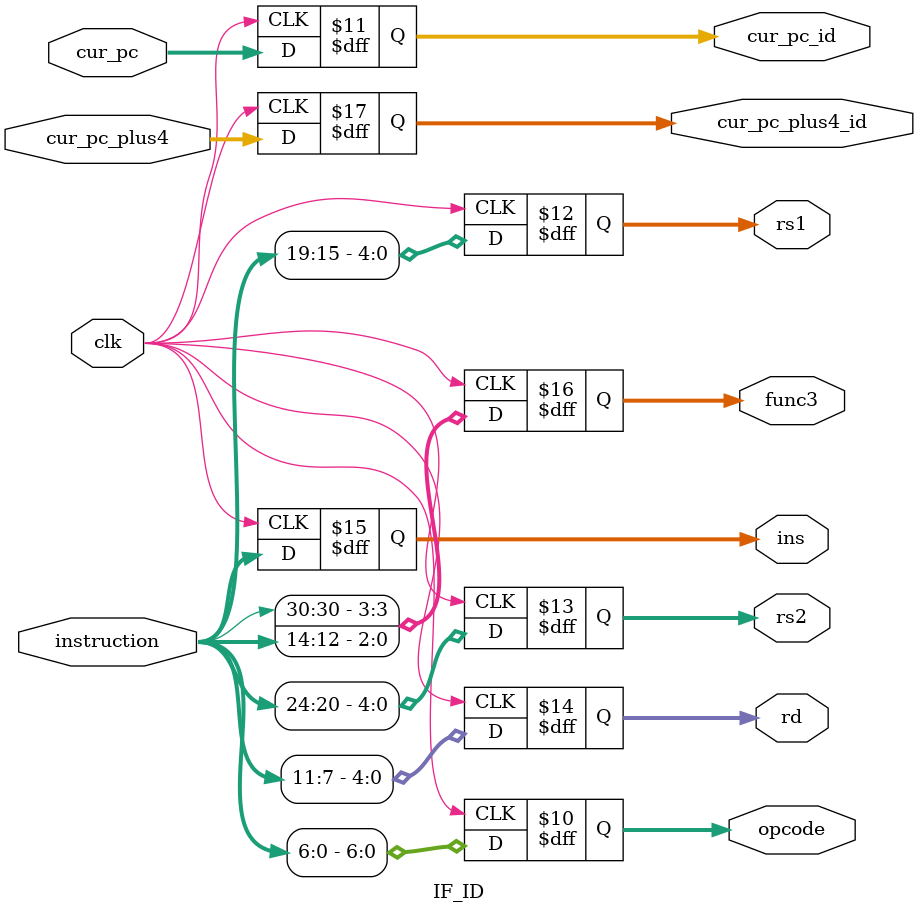
<source format=v>
`timescale 1 ns / 1ps

module IF_ID (
    input clk,
    input [31:0] cur_pc,
    input [31:0] cur_pc_plus4,
    input [31:0] instruction,
    output reg [6:0] opcode = 0,
    output reg [31:0] cur_pc_id = 0,
    output reg [4:0] rs1 = 0,
    output reg [4:0] rs2 = 0,
    output reg [4:0] rd = 0,
    output reg [31:0] ins = 0,
    output reg [3:0] func3 = 0,
    output reg [31:0] cur_pc_plus4_id = 0
);

    always@(posedge clk) begin
        cur_pc_id <= cur_pc;
        ins <= instruction;
        cur_pc_plus4_id <= cur_pc_plus4;

        opcode = instruction[6:0];
        rs1 <= instruction[19:15];
        rs2 <= instruction[24:20];
        rd <= instruction[11:7];
        func3 <= {instruction[30], instruction[14:12]};
    end

endmodule

</source>
